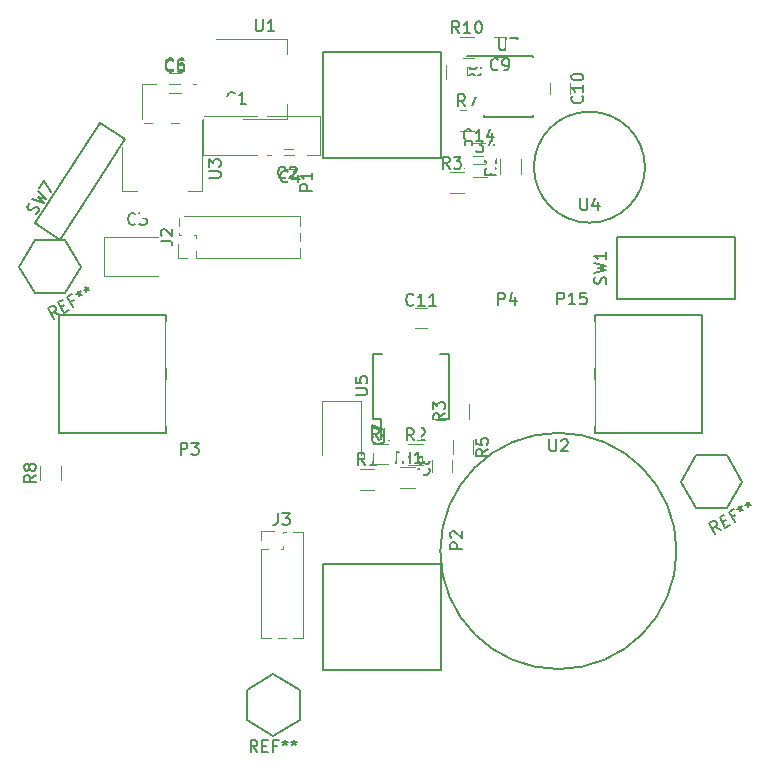
<source format=gto>
G04 #@! TF.FileFunction,Legend,Top*
%FSLAX46Y46*%
G04 Gerber Fmt 4.6, Leading zero omitted, Abs format (unit mm)*
G04 Created by KiCad (PCBNEW 4.0.7) date 06/01/18 20:16:31*
%MOMM*%
%LPD*%
G01*
G04 APERTURE LIST*
%ADD10C,0.100000*%
%ADD11C,0.150000*%
%ADD12C,0.120000*%
%ADD13C,1.524000*%
%ADD14R,4.000000X5.000000*%
%ADD15R,1.000000X1.000000*%
%ADD16O,1.000000X1.000000*%
%ADD17R,5.000000X4.000000*%
%ADD18C,4.000000*%
%ADD19R,1.000000X1.250000*%
%ADD20R,1.950000X2.500000*%
%ADD21R,2.500000X1.950000*%
%ADD22R,1.250000X1.000000*%
%ADD23R,0.700000X1.300000*%
%ADD24R,1.300000X0.700000*%
%ADD25C,2.500000*%
%ADD26R,0.550000X1.750000*%
%ADD27R,1.550000X0.600000*%
%ADD28R,2.000000X3.800000*%
%ADD29R,2.000000X1.500000*%
%ADD30R,3.800000X2.000000*%
%ADD31R,1.500000X2.000000*%
G04 APERTURE END LIST*
D10*
D11*
X45102000Y-66052000D02*
X55102000Y-66052000D01*
X55102000Y-66052000D02*
X55102000Y-75052000D01*
X55102000Y-75052000D02*
X45102000Y-75052000D01*
X45102000Y-75052000D02*
X45102000Y-66052000D01*
D12*
X39870000Y-72315000D02*
X40692470Y-72315000D01*
X42577530Y-72315000D02*
X43400000Y-72315000D01*
X41307530Y-72315000D02*
X41962470Y-72315000D01*
X39870000Y-64760000D02*
X39870000Y-72315000D01*
X43400000Y-63305000D02*
X43400000Y-72315000D01*
X39870000Y-64760000D02*
X40436529Y-64760000D01*
X41563471Y-64760000D02*
X41706529Y-64760000D01*
X41760000Y-64706529D02*
X41760000Y-64563471D01*
X41760000Y-63436529D02*
X41760000Y-63305000D01*
X41760000Y-63305000D02*
X41962470Y-63305000D01*
X42577530Y-63305000D02*
X43400000Y-63305000D01*
X39870000Y-64000000D02*
X39870000Y-63240000D01*
X39870000Y-63240000D02*
X41000000Y-63240000D01*
D11*
X31802000Y-44998000D02*
X31802000Y-54998000D01*
X31802000Y-54998000D02*
X22802000Y-54998000D01*
X22802000Y-54998000D02*
X22802000Y-44998000D01*
X22802000Y-44998000D02*
X31802000Y-44998000D01*
X79299000Y-61349934D02*
X80598057Y-59099967D01*
X76700943Y-61349967D02*
X79299000Y-61349934D01*
X75401943Y-59100033D02*
X76701000Y-56850066D01*
X76701000Y-56850066D02*
X79299057Y-56850033D01*
X75401943Y-59100033D02*
X76700943Y-61349967D01*
X79299057Y-56850033D02*
X80598057Y-59099967D01*
X40900000Y-80598000D02*
X43150000Y-79299000D01*
X38650000Y-79299000D02*
X40900000Y-80598000D01*
X38650000Y-76701000D02*
X40900000Y-75402000D01*
X40900000Y-75402000D02*
X43150000Y-76701000D01*
X38650000Y-76701000D02*
X38650000Y-79299000D01*
X43150000Y-76701000D02*
X43150000Y-79299000D01*
D12*
X59600000Y-23150000D02*
X60600000Y-23150000D01*
X60600000Y-21450000D02*
X59600000Y-21450000D01*
X35000000Y-28150000D02*
X39550000Y-28150000D01*
X35000000Y-31450000D02*
X39550000Y-31450000D01*
X35000000Y-28150000D02*
X35000000Y-31450000D01*
X44900000Y-31450000D02*
X40350000Y-31450000D01*
X44900000Y-28150000D02*
X40350000Y-28150000D01*
X44900000Y-31450000D02*
X44900000Y-28150000D01*
X26610000Y-38400000D02*
X31160000Y-38400000D01*
X26610000Y-41700000D02*
X31160000Y-41700000D01*
X26610000Y-38400000D02*
X26610000Y-41700000D01*
X41800000Y-32650000D02*
X42800000Y-32650000D01*
X42800000Y-30950000D02*
X41800000Y-30950000D01*
X29800000Y-25450000D02*
X34350000Y-25450000D01*
X29800000Y-28750000D02*
X34350000Y-28750000D01*
X29800000Y-25450000D02*
X29800000Y-28750000D01*
X33100000Y-24450000D02*
X32100000Y-24450000D01*
X32100000Y-26150000D02*
X33100000Y-26150000D01*
X48350000Y-52290000D02*
X48350000Y-56840000D01*
X45050000Y-52290000D02*
X45050000Y-56840000D01*
X48350000Y-52290000D02*
X45050000Y-52290000D01*
X54380000Y-57270000D02*
X54380000Y-58270000D01*
X56080000Y-58270000D02*
X56080000Y-57270000D01*
X58800000Y-30450000D02*
X57800000Y-30450000D01*
X57800000Y-32150000D02*
X58800000Y-32150000D01*
X49450000Y-59750000D02*
X48250000Y-59750000D01*
X48250000Y-57990000D02*
X49450000Y-57990000D01*
X53560000Y-57660000D02*
X52360000Y-57660000D01*
X52360000Y-55900000D02*
X53560000Y-55900000D01*
X57510000Y-52540000D02*
X57510000Y-53740000D01*
X55750000Y-53740000D02*
X55750000Y-52540000D01*
X50590000Y-57620000D02*
X49390000Y-57620000D01*
X49390000Y-55860000D02*
X50590000Y-55860000D01*
X56100000Y-56780000D02*
X56100000Y-55580000D01*
X57860000Y-55580000D02*
X57860000Y-56780000D01*
X61880000Y-31800000D02*
X61880000Y-33000000D01*
X60120000Y-33000000D02*
X60120000Y-31800000D01*
X57900000Y-29380000D02*
X56700000Y-29380000D01*
X56700000Y-27620000D02*
X57900000Y-27620000D01*
X22900000Y-57760000D02*
X22900000Y-58960000D01*
X21140000Y-58960000D02*
X21140000Y-57760000D01*
X55520000Y-25000000D02*
X55520000Y-23800000D01*
X57280000Y-23800000D02*
X57280000Y-25000000D01*
X57900000Y-23180000D02*
X56700000Y-23180000D01*
X56700000Y-21420000D02*
X57900000Y-21420000D01*
X57090000Y-34660000D02*
X55890000Y-34660000D01*
X55890000Y-32900000D02*
X57090000Y-32900000D01*
X59000000Y-33280000D02*
X57800000Y-33280000D01*
X57800000Y-31520000D02*
X59000000Y-31520000D01*
D11*
X25615112Y-34341692D02*
X22848345Y-38602138D01*
X22848345Y-38602138D02*
X20718122Y-37218755D01*
X20718122Y-37218755D02*
X26251655Y-28697862D01*
X26251655Y-28697862D02*
X28381878Y-30081245D01*
X28381878Y-30081245D02*
X25615112Y-34341692D01*
D12*
X52880000Y-59610000D02*
X51680000Y-59610000D01*
X51680000Y-57850000D02*
X52880000Y-57850000D01*
D11*
X75050000Y-64950000D02*
G75*
G03X75050000Y-64950000I-10000000J0D01*
G01*
X49355000Y-53740000D02*
X50010000Y-53740000D01*
X49355000Y-48240000D02*
X50105000Y-48240000D01*
X55765000Y-48240000D02*
X55015000Y-48240000D01*
X55765000Y-53740000D02*
X55015000Y-53740000D01*
X49355000Y-53740000D02*
X49355000Y-48240000D01*
X55765000Y-53740000D02*
X55765000Y-48240000D01*
X50010000Y-53740000D02*
X50010000Y-55490000D01*
X58725000Y-23025000D02*
X58725000Y-23075000D01*
X62875000Y-23025000D02*
X62875000Y-23170000D01*
X62875000Y-28175000D02*
X62875000Y-28030000D01*
X58725000Y-28175000D02*
X58725000Y-28030000D01*
X58725000Y-23025000D02*
X62875000Y-23025000D01*
X58725000Y-28175000D02*
X62875000Y-28175000D01*
X58725000Y-23075000D02*
X57325000Y-23075000D01*
X55110000Y-31706000D02*
X45110000Y-31706000D01*
X45110000Y-31706000D02*
X45110000Y-22706000D01*
X45110000Y-22706000D02*
X55110000Y-22706000D01*
X55110000Y-22706000D02*
X55110000Y-31706000D01*
X68180000Y-54978000D02*
X68180000Y-44978000D01*
X68180000Y-44978000D02*
X77180000Y-44978000D01*
X77180000Y-44978000D02*
X77180000Y-54978000D01*
X77180000Y-54978000D02*
X68180000Y-54978000D01*
X72380000Y-32456000D02*
G75*
G03X72380000Y-32456000I-4700000J0D01*
G01*
D12*
X42110000Y-28410000D02*
X42110000Y-27150000D01*
X42110000Y-21590000D02*
X42110000Y-22850000D01*
X38350000Y-28410000D02*
X42110000Y-28410000D01*
X36100000Y-21590000D02*
X42110000Y-21590000D01*
X28090000Y-34510000D02*
X29350000Y-34510000D01*
X34910000Y-34510000D02*
X33650000Y-34510000D01*
X28090000Y-30750000D02*
X28090000Y-34510000D01*
X34910000Y-28500000D02*
X34910000Y-34510000D01*
X43205000Y-40130000D02*
X43205000Y-39307530D01*
X43205000Y-37422470D02*
X43205000Y-36600000D01*
X43205000Y-38692470D02*
X43205000Y-38037530D01*
X34380000Y-40130000D02*
X43205000Y-40130000D01*
X32925000Y-36600000D02*
X43205000Y-36600000D01*
X34380000Y-40130000D02*
X34380000Y-39563471D01*
X34380000Y-38436529D02*
X34380000Y-38293471D01*
X34326529Y-38240000D02*
X34183471Y-38240000D01*
X33056529Y-38240000D02*
X32925000Y-38240000D01*
X32925000Y-38240000D02*
X32925000Y-38037530D01*
X32925000Y-37422470D02*
X32925000Y-36600000D01*
X33620000Y-40130000D02*
X32860000Y-40130000D01*
X32860000Y-40130000D02*
X32860000Y-39000000D01*
D11*
X23299000Y-43149934D02*
X24598057Y-40899967D01*
X20700943Y-43149967D02*
X23299000Y-43149934D01*
X19401943Y-40900033D02*
X20701000Y-38650066D01*
X20701000Y-38650066D02*
X23299057Y-38650033D01*
X19401943Y-40900033D02*
X20700943Y-43149967D01*
X23299057Y-38650033D02*
X24598057Y-40899967D01*
X70000000Y-41000000D02*
X70000000Y-38400000D01*
X70000000Y-38400000D02*
X75000000Y-38400000D01*
X74900000Y-43600000D02*
X70000000Y-43600000D01*
X70000000Y-43600000D02*
X70000000Y-41100000D01*
X80000000Y-41100000D02*
X80000000Y-43600000D01*
X80000000Y-43600000D02*
X77400000Y-43600000D01*
X77900000Y-38400000D02*
X80000000Y-38400000D01*
X80000000Y-38400000D02*
X80000000Y-41000000D01*
X74900000Y-43600000D02*
X77400000Y-43600000D01*
X75000000Y-38400000D02*
X77900000Y-38400000D01*
X70000000Y-41000000D02*
X70000000Y-41100000D01*
X80000000Y-41000000D02*
X80000000Y-41100000D01*
D12*
X66040000Y-26290000D02*
X66040000Y-25290000D01*
X64340000Y-25290000D02*
X64340000Y-26290000D01*
X53920000Y-44370000D02*
X52920000Y-44370000D01*
X52920000Y-46070000D02*
X53920000Y-46070000D01*
D11*
X56904381Y-64790095D02*
X55904381Y-64790095D01*
X55904381Y-64409142D01*
X55952000Y-64313904D01*
X55999619Y-64266285D01*
X56094857Y-64218666D01*
X56237714Y-64218666D01*
X56332952Y-64266285D01*
X56380571Y-64313904D01*
X56428190Y-64409142D01*
X56428190Y-64790095D01*
X55999619Y-63837714D02*
X55952000Y-63790095D01*
X55904381Y-63694857D01*
X55904381Y-63456761D01*
X55952000Y-63361523D01*
X55999619Y-63313904D01*
X56094857Y-63266285D01*
X56190095Y-63266285D01*
X56332952Y-63313904D01*
X56904381Y-63885333D01*
X56904381Y-63266285D01*
X41301667Y-61757381D02*
X41301667Y-62471667D01*
X41254047Y-62614524D01*
X41158809Y-62709762D01*
X41015952Y-62757381D01*
X40920714Y-62757381D01*
X41682619Y-61757381D02*
X42301667Y-61757381D01*
X41968333Y-62138333D01*
X42111191Y-62138333D01*
X42206429Y-62185952D01*
X42254048Y-62233571D01*
X42301667Y-62328810D01*
X42301667Y-62566905D01*
X42254048Y-62662143D01*
X42206429Y-62709762D01*
X42111191Y-62757381D01*
X41825476Y-62757381D01*
X41730238Y-62709762D01*
X41682619Y-62662143D01*
X33063905Y-56800381D02*
X33063905Y-55800381D01*
X33444858Y-55800381D01*
X33540096Y-55848000D01*
X33587715Y-55895619D01*
X33635334Y-55990857D01*
X33635334Y-56133714D01*
X33587715Y-56228952D01*
X33540096Y-56276571D01*
X33444858Y-56324190D01*
X33063905Y-56324190D01*
X33968667Y-55800381D02*
X34587715Y-55800381D01*
X34254381Y-56181333D01*
X34397239Y-56181333D01*
X34492477Y-56228952D01*
X34540096Y-56276571D01*
X34587715Y-56371810D01*
X34587715Y-56609905D01*
X34540096Y-56705143D01*
X34492477Y-56752762D01*
X34397239Y-56800381D01*
X34111524Y-56800381D01*
X34016286Y-56752762D01*
X33968667Y-56705143D01*
X78821490Y-63189529D02*
X78294719Y-62943802D01*
X78326618Y-63475243D02*
X77826618Y-62609218D01*
X78156533Y-62418742D01*
X78262821Y-62412362D01*
X78327870Y-62429792D01*
X78416728Y-62488461D01*
X78488157Y-62612178D01*
X78494536Y-62718466D01*
X78477107Y-62783515D01*
X78418438Y-62872373D01*
X78088523Y-63062850D01*
X78930739Y-62521611D02*
X79219414Y-62354944D01*
X79605037Y-62737148D02*
X79192644Y-62975243D01*
X78692644Y-62109218D01*
X79105037Y-61871123D01*
X80002961Y-61902563D02*
X79714286Y-62069230D01*
X79976190Y-62522862D02*
X79476191Y-61656837D01*
X79888584Y-61418742D01*
X80342216Y-61156837D02*
X80461263Y-61363033D01*
X80207448Y-61399602D02*
X80461263Y-61363033D01*
X80619842Y-61161507D01*
X80432784Y-61599419D02*
X80461263Y-61363033D01*
X80680220Y-61456561D01*
X81002045Y-60775885D02*
X81121092Y-60982081D01*
X80867277Y-61018650D02*
X81121092Y-60982081D01*
X81279671Y-60780554D01*
X81092613Y-61218466D02*
X81121092Y-60982081D01*
X81340049Y-61075609D01*
X39566667Y-81952381D02*
X39233333Y-81476190D01*
X38995238Y-81952381D02*
X38995238Y-80952381D01*
X39376191Y-80952381D01*
X39471429Y-81000000D01*
X39519048Y-81047619D01*
X39566667Y-81142857D01*
X39566667Y-81285714D01*
X39519048Y-81380952D01*
X39471429Y-81428571D01*
X39376191Y-81476190D01*
X38995238Y-81476190D01*
X39995238Y-81428571D02*
X40328572Y-81428571D01*
X40471429Y-81952381D02*
X39995238Y-81952381D01*
X39995238Y-80952381D01*
X40471429Y-80952381D01*
X41233334Y-81428571D02*
X40900000Y-81428571D01*
X40900000Y-81952381D02*
X40900000Y-80952381D01*
X41376191Y-80952381D01*
X41900000Y-80952381D02*
X41900000Y-81190476D01*
X41661905Y-81095238D02*
X41900000Y-81190476D01*
X42138096Y-81095238D01*
X41757143Y-81380952D02*
X41900000Y-81190476D01*
X42042858Y-81380952D01*
X42661905Y-80952381D02*
X42661905Y-81190476D01*
X42423810Y-81095238D02*
X42661905Y-81190476D01*
X42900001Y-81095238D01*
X42519048Y-81380952D02*
X42661905Y-81190476D01*
X42804763Y-81380952D01*
X59933334Y-24157143D02*
X59885715Y-24204762D01*
X59742858Y-24252381D01*
X59647620Y-24252381D01*
X59504762Y-24204762D01*
X59409524Y-24109524D01*
X59361905Y-24014286D01*
X59314286Y-23823810D01*
X59314286Y-23680952D01*
X59361905Y-23490476D01*
X59409524Y-23395238D01*
X59504762Y-23300000D01*
X59647620Y-23252381D01*
X59742858Y-23252381D01*
X59885715Y-23300000D01*
X59933334Y-23347619D01*
X60409524Y-24252381D02*
X60600000Y-24252381D01*
X60695239Y-24204762D01*
X60742858Y-24157143D01*
X60838096Y-24014286D01*
X60885715Y-23823810D01*
X60885715Y-23442857D01*
X60838096Y-23347619D01*
X60790477Y-23300000D01*
X60695239Y-23252381D01*
X60504762Y-23252381D01*
X60409524Y-23300000D01*
X60361905Y-23347619D01*
X60314286Y-23442857D01*
X60314286Y-23680952D01*
X60361905Y-23776190D01*
X60409524Y-23823810D01*
X60504762Y-23871429D01*
X60695239Y-23871429D01*
X60790477Y-23823810D01*
X60838096Y-23776190D01*
X60885715Y-23680952D01*
X37633334Y-27007143D02*
X37585715Y-27054762D01*
X37442858Y-27102381D01*
X37347620Y-27102381D01*
X37204762Y-27054762D01*
X37109524Y-26959524D01*
X37061905Y-26864286D01*
X37014286Y-26673810D01*
X37014286Y-26530952D01*
X37061905Y-26340476D01*
X37109524Y-26245238D01*
X37204762Y-26150000D01*
X37347620Y-26102381D01*
X37442858Y-26102381D01*
X37585715Y-26150000D01*
X37633334Y-26197619D01*
X38585715Y-27102381D02*
X38014286Y-27102381D01*
X38300000Y-27102381D02*
X38300000Y-26102381D01*
X38204762Y-26245238D01*
X38109524Y-26340476D01*
X38014286Y-26388095D01*
X41933334Y-33307143D02*
X41885715Y-33354762D01*
X41742858Y-33402381D01*
X41647620Y-33402381D01*
X41504762Y-33354762D01*
X41409524Y-33259524D01*
X41361905Y-33164286D01*
X41314286Y-32973810D01*
X41314286Y-32830952D01*
X41361905Y-32640476D01*
X41409524Y-32545238D01*
X41504762Y-32450000D01*
X41647620Y-32402381D01*
X41742858Y-32402381D01*
X41885715Y-32450000D01*
X41933334Y-32497619D01*
X42314286Y-32497619D02*
X42361905Y-32450000D01*
X42457143Y-32402381D01*
X42695239Y-32402381D01*
X42790477Y-32450000D01*
X42838096Y-32497619D01*
X42885715Y-32592857D01*
X42885715Y-32688095D01*
X42838096Y-32830952D01*
X42266667Y-33402381D01*
X42885715Y-33402381D01*
X29243334Y-37257143D02*
X29195715Y-37304762D01*
X29052858Y-37352381D01*
X28957620Y-37352381D01*
X28814762Y-37304762D01*
X28719524Y-37209524D01*
X28671905Y-37114286D01*
X28624286Y-36923810D01*
X28624286Y-36780952D01*
X28671905Y-36590476D01*
X28719524Y-36495238D01*
X28814762Y-36400000D01*
X28957620Y-36352381D01*
X29052858Y-36352381D01*
X29195715Y-36400000D01*
X29243334Y-36447619D01*
X29576667Y-36352381D02*
X30195715Y-36352381D01*
X29862381Y-36733333D01*
X30005239Y-36733333D01*
X30100477Y-36780952D01*
X30148096Y-36828571D01*
X30195715Y-36923810D01*
X30195715Y-37161905D01*
X30148096Y-37257143D01*
X30100477Y-37304762D01*
X30005239Y-37352381D01*
X29719524Y-37352381D01*
X29624286Y-37304762D01*
X29576667Y-37257143D01*
X42133334Y-33657143D02*
X42085715Y-33704762D01*
X41942858Y-33752381D01*
X41847620Y-33752381D01*
X41704762Y-33704762D01*
X41609524Y-33609524D01*
X41561905Y-33514286D01*
X41514286Y-33323810D01*
X41514286Y-33180952D01*
X41561905Y-32990476D01*
X41609524Y-32895238D01*
X41704762Y-32800000D01*
X41847620Y-32752381D01*
X41942858Y-32752381D01*
X42085715Y-32800000D01*
X42133334Y-32847619D01*
X42990477Y-33085714D02*
X42990477Y-33752381D01*
X42752381Y-32704762D02*
X42514286Y-33419048D01*
X43133334Y-33419048D01*
X32433334Y-24307143D02*
X32385715Y-24354762D01*
X32242858Y-24402381D01*
X32147620Y-24402381D01*
X32004762Y-24354762D01*
X31909524Y-24259524D01*
X31861905Y-24164286D01*
X31814286Y-23973810D01*
X31814286Y-23830952D01*
X31861905Y-23640476D01*
X31909524Y-23545238D01*
X32004762Y-23450000D01*
X32147620Y-23402381D01*
X32242858Y-23402381D01*
X32385715Y-23450000D01*
X32433334Y-23497619D01*
X33338096Y-23402381D02*
X32861905Y-23402381D01*
X32814286Y-23878571D01*
X32861905Y-23830952D01*
X32957143Y-23783333D01*
X33195239Y-23783333D01*
X33290477Y-23830952D01*
X33338096Y-23878571D01*
X33385715Y-23973810D01*
X33385715Y-24211905D01*
X33338096Y-24307143D01*
X33290477Y-24354762D01*
X33195239Y-24402381D01*
X32957143Y-24402381D01*
X32861905Y-24354762D01*
X32814286Y-24307143D01*
X32433334Y-24157143D02*
X32385715Y-24204762D01*
X32242858Y-24252381D01*
X32147620Y-24252381D01*
X32004762Y-24204762D01*
X31909524Y-24109524D01*
X31861905Y-24014286D01*
X31814286Y-23823810D01*
X31814286Y-23680952D01*
X31861905Y-23490476D01*
X31909524Y-23395238D01*
X32004762Y-23300000D01*
X32147620Y-23252381D01*
X32242858Y-23252381D01*
X32385715Y-23300000D01*
X32433334Y-23347619D01*
X33290477Y-23252381D02*
X33100000Y-23252381D01*
X33004762Y-23300000D01*
X32957143Y-23347619D01*
X32861905Y-23490476D01*
X32814286Y-23680952D01*
X32814286Y-24061905D01*
X32861905Y-24157143D01*
X32909524Y-24204762D01*
X33004762Y-24252381D01*
X33195239Y-24252381D01*
X33290477Y-24204762D01*
X33338096Y-24157143D01*
X33385715Y-24061905D01*
X33385715Y-23823810D01*
X33338096Y-23728571D01*
X33290477Y-23680952D01*
X33195239Y-23633333D01*
X33004762Y-23633333D01*
X32909524Y-23680952D01*
X32861905Y-23728571D01*
X32814286Y-23823810D01*
X50207143Y-55256666D02*
X50254762Y-55304285D01*
X50302381Y-55447142D01*
X50302381Y-55542380D01*
X50254762Y-55685238D01*
X50159524Y-55780476D01*
X50064286Y-55828095D01*
X49873810Y-55875714D01*
X49730952Y-55875714D01*
X49540476Y-55828095D01*
X49445238Y-55780476D01*
X49350000Y-55685238D01*
X49302381Y-55542380D01*
X49302381Y-55447142D01*
X49350000Y-55304285D01*
X49397619Y-55256666D01*
X49302381Y-54923333D02*
X49302381Y-54256666D01*
X50302381Y-54685238D01*
X54087143Y-57936666D02*
X54134762Y-57984285D01*
X54182381Y-58127142D01*
X54182381Y-58222380D01*
X54134762Y-58365238D01*
X54039524Y-58460476D01*
X53944286Y-58508095D01*
X53753810Y-58555714D01*
X53610952Y-58555714D01*
X53420476Y-58508095D01*
X53325238Y-58460476D01*
X53230000Y-58365238D01*
X53182381Y-58222380D01*
X53182381Y-58127142D01*
X53230000Y-57984285D01*
X53277619Y-57936666D01*
X53610952Y-57365238D02*
X53563333Y-57460476D01*
X53515714Y-57508095D01*
X53420476Y-57555714D01*
X53372857Y-57555714D01*
X53277619Y-57508095D01*
X53230000Y-57460476D01*
X53182381Y-57365238D01*
X53182381Y-57174761D01*
X53230000Y-57079523D01*
X53277619Y-57031904D01*
X53372857Y-56984285D01*
X53420476Y-56984285D01*
X53515714Y-57031904D01*
X53563333Y-57079523D01*
X53610952Y-57174761D01*
X53610952Y-57365238D01*
X53658571Y-57460476D01*
X53706190Y-57508095D01*
X53801429Y-57555714D01*
X53991905Y-57555714D01*
X54087143Y-57508095D01*
X54134762Y-57460476D01*
X54182381Y-57365238D01*
X54182381Y-57174761D01*
X54134762Y-57079523D01*
X54087143Y-57031904D01*
X53991905Y-56984285D01*
X53801429Y-56984285D01*
X53706190Y-57031904D01*
X53658571Y-57079523D01*
X53610952Y-57174761D01*
X57657143Y-30157143D02*
X57609524Y-30204762D01*
X57466667Y-30252381D01*
X57371429Y-30252381D01*
X57228571Y-30204762D01*
X57133333Y-30109524D01*
X57085714Y-30014286D01*
X57038095Y-29823810D01*
X57038095Y-29680952D01*
X57085714Y-29490476D01*
X57133333Y-29395238D01*
X57228571Y-29300000D01*
X57371429Y-29252381D01*
X57466667Y-29252381D01*
X57609524Y-29300000D01*
X57657143Y-29347619D01*
X58609524Y-30252381D02*
X58038095Y-30252381D01*
X58323809Y-30252381D02*
X58323809Y-29252381D01*
X58228571Y-29395238D01*
X58133333Y-29490476D01*
X58038095Y-29538095D01*
X59466667Y-29585714D02*
X59466667Y-30252381D01*
X59228571Y-29204762D02*
X58990476Y-29919048D01*
X59609524Y-29919048D01*
X48683334Y-57672381D02*
X48350000Y-57196190D01*
X48111905Y-57672381D02*
X48111905Y-56672381D01*
X48492858Y-56672381D01*
X48588096Y-56720000D01*
X48635715Y-56767619D01*
X48683334Y-56862857D01*
X48683334Y-57005714D01*
X48635715Y-57100952D01*
X48588096Y-57148571D01*
X48492858Y-57196190D01*
X48111905Y-57196190D01*
X49635715Y-57672381D02*
X49064286Y-57672381D01*
X49350000Y-57672381D02*
X49350000Y-56672381D01*
X49254762Y-56815238D01*
X49159524Y-56910476D01*
X49064286Y-56958095D01*
X52793334Y-55582381D02*
X52460000Y-55106190D01*
X52221905Y-55582381D02*
X52221905Y-54582381D01*
X52602858Y-54582381D01*
X52698096Y-54630000D01*
X52745715Y-54677619D01*
X52793334Y-54772857D01*
X52793334Y-54915714D01*
X52745715Y-55010952D01*
X52698096Y-55058571D01*
X52602858Y-55106190D01*
X52221905Y-55106190D01*
X53174286Y-54677619D02*
X53221905Y-54630000D01*
X53317143Y-54582381D01*
X53555239Y-54582381D01*
X53650477Y-54630000D01*
X53698096Y-54677619D01*
X53745715Y-54772857D01*
X53745715Y-54868095D01*
X53698096Y-55010952D01*
X53126667Y-55582381D01*
X53745715Y-55582381D01*
X55432381Y-53306666D02*
X54956190Y-53640000D01*
X55432381Y-53878095D02*
X54432381Y-53878095D01*
X54432381Y-53497142D01*
X54480000Y-53401904D01*
X54527619Y-53354285D01*
X54622857Y-53306666D01*
X54765714Y-53306666D01*
X54860952Y-53354285D01*
X54908571Y-53401904D01*
X54956190Y-53497142D01*
X54956190Y-53878095D01*
X54432381Y-52973333D02*
X54432381Y-52354285D01*
X54813333Y-52687619D01*
X54813333Y-52544761D01*
X54860952Y-52449523D01*
X54908571Y-52401904D01*
X55003810Y-52354285D01*
X55241905Y-52354285D01*
X55337143Y-52401904D01*
X55384762Y-52449523D01*
X55432381Y-52544761D01*
X55432381Y-52830476D01*
X55384762Y-52925714D01*
X55337143Y-52973333D01*
X49823334Y-55542381D02*
X49490000Y-55066190D01*
X49251905Y-55542381D02*
X49251905Y-54542381D01*
X49632858Y-54542381D01*
X49728096Y-54590000D01*
X49775715Y-54637619D01*
X49823334Y-54732857D01*
X49823334Y-54875714D01*
X49775715Y-54970952D01*
X49728096Y-55018571D01*
X49632858Y-55066190D01*
X49251905Y-55066190D01*
X50680477Y-54875714D02*
X50680477Y-55542381D01*
X50442381Y-54494762D02*
X50204286Y-55209048D01*
X50823334Y-55209048D01*
X59082381Y-56346666D02*
X58606190Y-56680000D01*
X59082381Y-56918095D02*
X58082381Y-56918095D01*
X58082381Y-56537142D01*
X58130000Y-56441904D01*
X58177619Y-56394285D01*
X58272857Y-56346666D01*
X58415714Y-56346666D01*
X58510952Y-56394285D01*
X58558571Y-56441904D01*
X58606190Y-56537142D01*
X58606190Y-56918095D01*
X58082381Y-55441904D02*
X58082381Y-55918095D01*
X58558571Y-55965714D01*
X58510952Y-55918095D01*
X58463333Y-55822857D01*
X58463333Y-55584761D01*
X58510952Y-55489523D01*
X58558571Y-55441904D01*
X58653810Y-55394285D01*
X58891905Y-55394285D01*
X58987143Y-55441904D01*
X59034762Y-55489523D01*
X59082381Y-55584761D01*
X59082381Y-55822857D01*
X59034762Y-55918095D01*
X58987143Y-55965714D01*
X59802381Y-32566666D02*
X59326190Y-32900000D01*
X59802381Y-33138095D02*
X58802381Y-33138095D01*
X58802381Y-32757142D01*
X58850000Y-32661904D01*
X58897619Y-32614285D01*
X58992857Y-32566666D01*
X59135714Y-32566666D01*
X59230952Y-32614285D01*
X59278571Y-32661904D01*
X59326190Y-32757142D01*
X59326190Y-33138095D01*
X58802381Y-31709523D02*
X58802381Y-31900000D01*
X58850000Y-31995238D01*
X58897619Y-32042857D01*
X59040476Y-32138095D01*
X59230952Y-32185714D01*
X59611905Y-32185714D01*
X59707143Y-32138095D01*
X59754762Y-32090476D01*
X59802381Y-31995238D01*
X59802381Y-31804761D01*
X59754762Y-31709523D01*
X59707143Y-31661904D01*
X59611905Y-31614285D01*
X59373810Y-31614285D01*
X59278571Y-31661904D01*
X59230952Y-31709523D01*
X59183333Y-31804761D01*
X59183333Y-31995238D01*
X59230952Y-32090476D01*
X59278571Y-32138095D01*
X59373810Y-32185714D01*
X57133334Y-27302381D02*
X56800000Y-26826190D01*
X56561905Y-27302381D02*
X56561905Y-26302381D01*
X56942858Y-26302381D01*
X57038096Y-26350000D01*
X57085715Y-26397619D01*
X57133334Y-26492857D01*
X57133334Y-26635714D01*
X57085715Y-26730952D01*
X57038096Y-26778571D01*
X56942858Y-26826190D01*
X56561905Y-26826190D01*
X57466667Y-26302381D02*
X58133334Y-26302381D01*
X57704762Y-27302381D01*
X20822381Y-58526666D02*
X20346190Y-58860000D01*
X20822381Y-59098095D02*
X19822381Y-59098095D01*
X19822381Y-58717142D01*
X19870000Y-58621904D01*
X19917619Y-58574285D01*
X20012857Y-58526666D01*
X20155714Y-58526666D01*
X20250952Y-58574285D01*
X20298571Y-58621904D01*
X20346190Y-58717142D01*
X20346190Y-59098095D01*
X20250952Y-57955238D02*
X20203333Y-58050476D01*
X20155714Y-58098095D01*
X20060476Y-58145714D01*
X20012857Y-58145714D01*
X19917619Y-58098095D01*
X19870000Y-58050476D01*
X19822381Y-57955238D01*
X19822381Y-57764761D01*
X19870000Y-57669523D01*
X19917619Y-57621904D01*
X20012857Y-57574285D01*
X20060476Y-57574285D01*
X20155714Y-57621904D01*
X20203333Y-57669523D01*
X20250952Y-57764761D01*
X20250952Y-57955238D01*
X20298571Y-58050476D01*
X20346190Y-58098095D01*
X20441429Y-58145714D01*
X20631905Y-58145714D01*
X20727143Y-58098095D01*
X20774762Y-58050476D01*
X20822381Y-57955238D01*
X20822381Y-57764761D01*
X20774762Y-57669523D01*
X20727143Y-57621904D01*
X20631905Y-57574285D01*
X20441429Y-57574285D01*
X20346190Y-57621904D01*
X20298571Y-57669523D01*
X20250952Y-57764761D01*
X58502381Y-24566666D02*
X58026190Y-24900000D01*
X58502381Y-25138095D02*
X57502381Y-25138095D01*
X57502381Y-24757142D01*
X57550000Y-24661904D01*
X57597619Y-24614285D01*
X57692857Y-24566666D01*
X57835714Y-24566666D01*
X57930952Y-24614285D01*
X57978571Y-24661904D01*
X58026190Y-24757142D01*
X58026190Y-25138095D01*
X58502381Y-24090476D02*
X58502381Y-23900000D01*
X58454762Y-23804761D01*
X58407143Y-23757142D01*
X58264286Y-23661904D01*
X58073810Y-23614285D01*
X57692857Y-23614285D01*
X57597619Y-23661904D01*
X57550000Y-23709523D01*
X57502381Y-23804761D01*
X57502381Y-23995238D01*
X57550000Y-24090476D01*
X57597619Y-24138095D01*
X57692857Y-24185714D01*
X57930952Y-24185714D01*
X58026190Y-24138095D01*
X58073810Y-24090476D01*
X58121429Y-23995238D01*
X58121429Y-23804761D01*
X58073810Y-23709523D01*
X58026190Y-23661904D01*
X57930952Y-23614285D01*
X56657143Y-21102381D02*
X56323809Y-20626190D01*
X56085714Y-21102381D02*
X56085714Y-20102381D01*
X56466667Y-20102381D01*
X56561905Y-20150000D01*
X56609524Y-20197619D01*
X56657143Y-20292857D01*
X56657143Y-20435714D01*
X56609524Y-20530952D01*
X56561905Y-20578571D01*
X56466667Y-20626190D01*
X56085714Y-20626190D01*
X57609524Y-21102381D02*
X57038095Y-21102381D01*
X57323809Y-21102381D02*
X57323809Y-20102381D01*
X57228571Y-20245238D01*
X57133333Y-20340476D01*
X57038095Y-20388095D01*
X58228571Y-20102381D02*
X58323810Y-20102381D01*
X58419048Y-20150000D01*
X58466667Y-20197619D01*
X58514286Y-20292857D01*
X58561905Y-20483333D01*
X58561905Y-20721429D01*
X58514286Y-20911905D01*
X58466667Y-21007143D01*
X58419048Y-21054762D01*
X58323810Y-21102381D01*
X58228571Y-21102381D01*
X58133333Y-21054762D01*
X58085714Y-21007143D01*
X58038095Y-20911905D01*
X57990476Y-20721429D01*
X57990476Y-20483333D01*
X58038095Y-20292857D01*
X58085714Y-20197619D01*
X58133333Y-20150000D01*
X58228571Y-20102381D01*
X55847143Y-32582381D02*
X55513809Y-32106190D01*
X55275714Y-32582381D02*
X55275714Y-31582381D01*
X55656667Y-31582381D01*
X55751905Y-31630000D01*
X55799524Y-31677619D01*
X55847143Y-31772857D01*
X55847143Y-31915714D01*
X55799524Y-32010952D01*
X55751905Y-32058571D01*
X55656667Y-32106190D01*
X55275714Y-32106190D01*
X56180476Y-31582381D02*
X56799524Y-31582381D01*
X56466190Y-31963333D01*
X56609048Y-31963333D01*
X56704286Y-32010952D01*
X56751905Y-32058571D01*
X56799524Y-32153810D01*
X56799524Y-32391905D01*
X56751905Y-32487143D01*
X56704286Y-32534762D01*
X56609048Y-32582381D01*
X56323333Y-32582381D01*
X56228095Y-32534762D01*
X56180476Y-32487143D01*
X57132857Y-31582381D02*
X57751905Y-31582381D01*
X57418571Y-31963333D01*
X57561429Y-31963333D01*
X57656667Y-32010952D01*
X57704286Y-32058571D01*
X57751905Y-32153810D01*
X57751905Y-32391905D01*
X57704286Y-32487143D01*
X57656667Y-32534762D01*
X57561429Y-32582381D01*
X57275714Y-32582381D01*
X57180476Y-32534762D01*
X57132857Y-32487143D01*
X57757143Y-31202381D02*
X57423809Y-30726190D01*
X57185714Y-31202381D02*
X57185714Y-30202381D01*
X57566667Y-30202381D01*
X57661905Y-30250000D01*
X57709524Y-30297619D01*
X57757143Y-30392857D01*
X57757143Y-30535714D01*
X57709524Y-30630952D01*
X57661905Y-30678571D01*
X57566667Y-30726190D01*
X57185714Y-30726190D01*
X58090476Y-30202381D02*
X58709524Y-30202381D01*
X58376190Y-30583333D01*
X58519048Y-30583333D01*
X58614286Y-30630952D01*
X58661905Y-30678571D01*
X58709524Y-30773810D01*
X58709524Y-31011905D01*
X58661905Y-31107143D01*
X58614286Y-31154762D01*
X58519048Y-31202381D01*
X58233333Y-31202381D01*
X58138095Y-31154762D01*
X58090476Y-31107143D01*
X59566667Y-30535714D02*
X59566667Y-31202381D01*
X59328571Y-30154762D02*
X59090476Y-30869048D01*
X59709524Y-30869048D01*
X20799039Y-36438237D02*
X20916781Y-36344363D01*
X21046457Y-36144678D01*
X21058391Y-36038870D01*
X21044389Y-35972998D01*
X20990451Y-35881191D01*
X20910578Y-35829321D01*
X20804770Y-35817387D01*
X20738898Y-35831389D01*
X20647090Y-35885326D01*
X20503412Y-36019139D01*
X20411605Y-36073077D01*
X20345733Y-36087078D01*
X20239925Y-36075144D01*
X20160051Y-36023274D01*
X20106113Y-35931467D01*
X20092112Y-35865595D01*
X20104046Y-35759787D01*
X20233722Y-35560103D01*
X20351464Y-35466228D01*
X20493074Y-35160736D02*
X21461420Y-35505692D01*
X20966111Y-34956916D01*
X21668902Y-35186198D01*
X20959907Y-34441876D01*
X21115518Y-34202256D02*
X21478611Y-33643142D01*
X22083864Y-34547211D01*
X50994286Y-56532381D02*
X51565715Y-56532381D01*
X51280000Y-57532381D02*
X51280000Y-56532381D01*
X51899048Y-57532381D02*
X51899048Y-56532381D01*
X51899048Y-57008571D02*
X52470477Y-57008571D01*
X52470477Y-57532381D02*
X52470477Y-56532381D01*
X53470477Y-57532381D02*
X52899048Y-57532381D01*
X53184762Y-57532381D02*
X53184762Y-56532381D01*
X53089524Y-56675238D01*
X52994286Y-56770476D01*
X52899048Y-56818095D01*
X64288095Y-55512381D02*
X64288095Y-56321905D01*
X64335714Y-56417143D01*
X64383333Y-56464762D01*
X64478571Y-56512381D01*
X64669048Y-56512381D01*
X64764286Y-56464762D01*
X64811905Y-56417143D01*
X64859524Y-56321905D01*
X64859524Y-55512381D01*
X65288095Y-55607619D02*
X65335714Y-55560000D01*
X65430952Y-55512381D01*
X65669048Y-55512381D01*
X65764286Y-55560000D01*
X65811905Y-55607619D01*
X65859524Y-55702857D01*
X65859524Y-55798095D01*
X65811905Y-55940952D01*
X65240476Y-56512381D01*
X65859524Y-56512381D01*
X47882381Y-51751905D02*
X48691905Y-51751905D01*
X48787143Y-51704286D01*
X48834762Y-51656667D01*
X48882381Y-51561429D01*
X48882381Y-51370952D01*
X48834762Y-51275714D01*
X48787143Y-51228095D01*
X48691905Y-51180476D01*
X47882381Y-51180476D01*
X47882381Y-50228095D02*
X47882381Y-50704286D01*
X48358571Y-50751905D01*
X48310952Y-50704286D01*
X48263333Y-50609048D01*
X48263333Y-50370952D01*
X48310952Y-50275714D01*
X48358571Y-50228095D01*
X48453810Y-50180476D01*
X48691905Y-50180476D01*
X48787143Y-50228095D01*
X48834762Y-50275714D01*
X48882381Y-50370952D01*
X48882381Y-50609048D01*
X48834762Y-50704286D01*
X48787143Y-50751905D01*
X60038095Y-21552381D02*
X60038095Y-22361905D01*
X60085714Y-22457143D01*
X60133333Y-22504762D01*
X60228571Y-22552381D01*
X60419048Y-22552381D01*
X60514286Y-22504762D01*
X60561905Y-22457143D01*
X60609524Y-22361905D01*
X60609524Y-21552381D01*
X60990476Y-21552381D02*
X61657143Y-21552381D01*
X61228571Y-22552381D01*
X44212381Y-34444095D02*
X43212381Y-34444095D01*
X43212381Y-34063142D01*
X43260000Y-33967904D01*
X43307619Y-33920285D01*
X43402857Y-33872666D01*
X43545714Y-33872666D01*
X43640952Y-33920285D01*
X43688571Y-33967904D01*
X43736190Y-34063142D01*
X43736190Y-34444095D01*
X44212381Y-32920285D02*
X44212381Y-33491714D01*
X44212381Y-33206000D02*
X43212381Y-33206000D01*
X43355238Y-33301238D01*
X43450476Y-33396476D01*
X43498095Y-33491714D01*
X59961905Y-44102381D02*
X59961905Y-43102381D01*
X60342858Y-43102381D01*
X60438096Y-43150000D01*
X60485715Y-43197619D01*
X60533334Y-43292857D01*
X60533334Y-43435714D01*
X60485715Y-43530952D01*
X60438096Y-43578571D01*
X60342858Y-43626190D01*
X59961905Y-43626190D01*
X61390477Y-43435714D02*
X61390477Y-44102381D01*
X61152381Y-43054762D02*
X60914286Y-43769048D01*
X61533334Y-43769048D01*
X64965714Y-44080381D02*
X64965714Y-43080381D01*
X65346667Y-43080381D01*
X65441905Y-43128000D01*
X65489524Y-43175619D01*
X65537143Y-43270857D01*
X65537143Y-43413714D01*
X65489524Y-43508952D01*
X65441905Y-43556571D01*
X65346667Y-43604190D01*
X64965714Y-43604190D01*
X66489524Y-44080381D02*
X65918095Y-44080381D01*
X66203809Y-44080381D02*
X66203809Y-43080381D01*
X66108571Y-43223238D01*
X66013333Y-43318476D01*
X65918095Y-43366095D01*
X67394286Y-43080381D02*
X66918095Y-43080381D01*
X66870476Y-43556571D01*
X66918095Y-43508952D01*
X67013333Y-43461333D01*
X67251429Y-43461333D01*
X67346667Y-43508952D01*
X67394286Y-43556571D01*
X67441905Y-43651810D01*
X67441905Y-43889905D01*
X67394286Y-43985143D01*
X67346667Y-44032762D01*
X67251429Y-44080381D01*
X67013333Y-44080381D01*
X66918095Y-44032762D01*
X66870476Y-43985143D01*
X66918095Y-35108381D02*
X66918095Y-35917905D01*
X66965714Y-36013143D01*
X67013333Y-36060762D01*
X67108571Y-36108381D01*
X67299048Y-36108381D01*
X67394286Y-36060762D01*
X67441905Y-36013143D01*
X67489524Y-35917905D01*
X67489524Y-35108381D01*
X68394286Y-35441714D02*
X68394286Y-36108381D01*
X68156190Y-35060762D02*
X67918095Y-35775048D01*
X68537143Y-35775048D01*
X39438095Y-19952381D02*
X39438095Y-20761905D01*
X39485714Y-20857143D01*
X39533333Y-20904762D01*
X39628571Y-20952381D01*
X39819048Y-20952381D01*
X39914286Y-20904762D01*
X39961905Y-20857143D01*
X40009524Y-20761905D01*
X40009524Y-19952381D01*
X41009524Y-20952381D02*
X40438095Y-20952381D01*
X40723809Y-20952381D02*
X40723809Y-19952381D01*
X40628571Y-20095238D01*
X40533333Y-20190476D01*
X40438095Y-20238095D01*
X35452381Y-33361905D02*
X36261905Y-33361905D01*
X36357143Y-33314286D01*
X36404762Y-33266667D01*
X36452381Y-33171429D01*
X36452381Y-32980952D01*
X36404762Y-32885714D01*
X36357143Y-32838095D01*
X36261905Y-32790476D01*
X35452381Y-32790476D01*
X35452381Y-32409524D02*
X35452381Y-31790476D01*
X35833333Y-32123810D01*
X35833333Y-31980952D01*
X35880952Y-31885714D01*
X35928571Y-31838095D01*
X36023810Y-31790476D01*
X36261905Y-31790476D01*
X36357143Y-31838095D01*
X36404762Y-31885714D01*
X36452381Y-31980952D01*
X36452381Y-32266667D01*
X36404762Y-32361905D01*
X36357143Y-32409524D01*
X31377381Y-38698333D02*
X32091667Y-38698333D01*
X32234524Y-38745953D01*
X32329762Y-38841191D01*
X32377381Y-38984048D01*
X32377381Y-39079286D01*
X31472619Y-38269762D02*
X31425000Y-38222143D01*
X31377381Y-38126905D01*
X31377381Y-37888809D01*
X31425000Y-37793571D01*
X31472619Y-37745952D01*
X31567857Y-37698333D01*
X31663095Y-37698333D01*
X31805952Y-37745952D01*
X32377381Y-38317381D01*
X32377381Y-37698333D01*
X22821490Y-44989529D02*
X22294719Y-44743802D01*
X22326618Y-45275243D02*
X21826618Y-44409218D01*
X22156533Y-44218742D01*
X22262821Y-44212362D01*
X22327870Y-44229792D01*
X22416728Y-44288461D01*
X22488157Y-44412178D01*
X22494536Y-44518466D01*
X22477107Y-44583515D01*
X22418438Y-44672373D01*
X22088523Y-44862850D01*
X22930739Y-44321611D02*
X23219414Y-44154944D01*
X23605037Y-44537148D02*
X23192644Y-44775243D01*
X22692644Y-43909218D01*
X23105037Y-43671123D01*
X24002961Y-43702563D02*
X23714286Y-43869230D01*
X23976190Y-44322862D02*
X23476191Y-43456837D01*
X23888584Y-43218742D01*
X24342216Y-42956837D02*
X24461263Y-43163033D01*
X24207448Y-43199602D02*
X24461263Y-43163033D01*
X24619842Y-42961507D01*
X24432784Y-43399419D02*
X24461263Y-43163033D01*
X24680220Y-43256561D01*
X25002045Y-42575885D02*
X25121092Y-42782081D01*
X24867277Y-42818650D02*
X25121092Y-42782081D01*
X25279671Y-42580554D01*
X25092613Y-43018466D02*
X25121092Y-42782081D01*
X25340049Y-42875609D01*
X69054762Y-42333333D02*
X69102381Y-42190476D01*
X69102381Y-41952380D01*
X69054762Y-41857142D01*
X69007143Y-41809523D01*
X68911905Y-41761904D01*
X68816667Y-41761904D01*
X68721429Y-41809523D01*
X68673810Y-41857142D01*
X68626190Y-41952380D01*
X68578571Y-42142857D01*
X68530952Y-42238095D01*
X68483333Y-42285714D01*
X68388095Y-42333333D01*
X68292857Y-42333333D01*
X68197619Y-42285714D01*
X68150000Y-42238095D01*
X68102381Y-42142857D01*
X68102381Y-41904761D01*
X68150000Y-41761904D01*
X68102381Y-41428571D02*
X69102381Y-41190476D01*
X68388095Y-40999999D01*
X69102381Y-40809523D01*
X68102381Y-40571428D01*
X69102381Y-39666666D02*
X69102381Y-40238095D01*
X69102381Y-39952381D02*
X68102381Y-39952381D01*
X68245238Y-40047619D01*
X68340476Y-40142857D01*
X68388095Y-40238095D01*
X67047143Y-26432857D02*
X67094762Y-26480476D01*
X67142381Y-26623333D01*
X67142381Y-26718571D01*
X67094762Y-26861429D01*
X66999524Y-26956667D01*
X66904286Y-27004286D01*
X66713810Y-27051905D01*
X66570952Y-27051905D01*
X66380476Y-27004286D01*
X66285238Y-26956667D01*
X66190000Y-26861429D01*
X66142381Y-26718571D01*
X66142381Y-26623333D01*
X66190000Y-26480476D01*
X66237619Y-26432857D01*
X67142381Y-25480476D02*
X67142381Y-26051905D01*
X67142381Y-25766191D02*
X66142381Y-25766191D01*
X66285238Y-25861429D01*
X66380476Y-25956667D01*
X66428095Y-26051905D01*
X66142381Y-24861429D02*
X66142381Y-24766190D01*
X66190000Y-24670952D01*
X66237619Y-24623333D01*
X66332857Y-24575714D01*
X66523333Y-24528095D01*
X66761429Y-24528095D01*
X66951905Y-24575714D01*
X67047143Y-24623333D01*
X67094762Y-24670952D01*
X67142381Y-24766190D01*
X67142381Y-24861429D01*
X67094762Y-24956667D01*
X67047143Y-25004286D01*
X66951905Y-25051905D01*
X66761429Y-25099524D01*
X66523333Y-25099524D01*
X66332857Y-25051905D01*
X66237619Y-25004286D01*
X66190000Y-24956667D01*
X66142381Y-24861429D01*
X52777143Y-44077143D02*
X52729524Y-44124762D01*
X52586667Y-44172381D01*
X52491429Y-44172381D01*
X52348571Y-44124762D01*
X52253333Y-44029524D01*
X52205714Y-43934286D01*
X52158095Y-43743810D01*
X52158095Y-43600952D01*
X52205714Y-43410476D01*
X52253333Y-43315238D01*
X52348571Y-43220000D01*
X52491429Y-43172381D01*
X52586667Y-43172381D01*
X52729524Y-43220000D01*
X52777143Y-43267619D01*
X53729524Y-44172381D02*
X53158095Y-44172381D01*
X53443809Y-44172381D02*
X53443809Y-43172381D01*
X53348571Y-43315238D01*
X53253333Y-43410476D01*
X53158095Y-43458095D01*
X54681905Y-44172381D02*
X54110476Y-44172381D01*
X54396190Y-44172381D02*
X54396190Y-43172381D01*
X54300952Y-43315238D01*
X54205714Y-43410476D01*
X54110476Y-43458095D01*
%LPC*%
D13*
X27460000Y-67810000D03*
X28360000Y-71160000D03*
X35960000Y-67810000D03*
X35060000Y-71160000D03*
X28360000Y-64460000D03*
D14*
X52552000Y-63552000D03*
X47652000Y-63552000D03*
D15*
X41000000Y-64000000D03*
D16*
X42270000Y-64000000D03*
X41000000Y-65270000D03*
X42270000Y-65270000D03*
X41000000Y-66540000D03*
X42270000Y-66540000D03*
X41000000Y-67810000D03*
X42270000Y-67810000D03*
X41000000Y-69080000D03*
X42270000Y-69080000D03*
X41000000Y-70350000D03*
X42270000Y-70350000D03*
X41000000Y-71620000D03*
X42270000Y-71620000D03*
D17*
X34302000Y-52448000D03*
X34302000Y-47548000D03*
D18*
X78000000Y-59170000D03*
X40865000Y-78060622D03*
D19*
X61100000Y-22300000D03*
X59100000Y-22300000D03*
D20*
X36275000Y-29800000D03*
X39325000Y-29800000D03*
X43625000Y-29800000D03*
X40575000Y-29800000D03*
X27885000Y-40050000D03*
X30935000Y-40050000D03*
D19*
X43300000Y-31800000D03*
X41300000Y-31800000D03*
D20*
X31075000Y-27100000D03*
X34125000Y-27100000D03*
D19*
X31600000Y-25300000D03*
X33600000Y-25300000D03*
D21*
X46700000Y-53565000D03*
X46700000Y-56615000D03*
D22*
X55230000Y-58770000D03*
X55230000Y-56770000D03*
D19*
X57300000Y-31300000D03*
X59300000Y-31300000D03*
D23*
X47900000Y-58870000D03*
X49800000Y-58870000D03*
X52010000Y-56780000D03*
X53910000Y-56780000D03*
D24*
X56630000Y-54090000D03*
X56630000Y-52190000D03*
D23*
X49040000Y-56740000D03*
X50940000Y-56740000D03*
D24*
X56980000Y-55230000D03*
X56980000Y-57130000D03*
X61000000Y-33350000D03*
X61000000Y-31450000D03*
D23*
X56350000Y-28500000D03*
X58250000Y-28500000D03*
D24*
X22020000Y-59310000D03*
X22020000Y-57410000D03*
X56400000Y-23450000D03*
X56400000Y-25350000D03*
D23*
X56350000Y-22300000D03*
X58250000Y-22300000D03*
X55540000Y-33780000D03*
X57440000Y-33780000D03*
X57450000Y-32400000D03*
X59350000Y-32400000D03*
D13*
X24550000Y-33650000D03*
X23166617Y-35780223D03*
D23*
X51330000Y-58730000D03*
X53230000Y-58730000D03*
D25*
X65050000Y-71670000D03*
X58330000Y-64950000D03*
D26*
X50655000Y-54690000D03*
X51925000Y-54690000D03*
X53195000Y-54690000D03*
X54465000Y-54690000D03*
X54465000Y-47290000D03*
X53195000Y-47290000D03*
X51925000Y-47290000D03*
X50655000Y-47290000D03*
D27*
X58100000Y-23695000D03*
X58100000Y-24965000D03*
X58100000Y-26235000D03*
X58100000Y-27505000D03*
X63500000Y-27505000D03*
X63500000Y-26235000D03*
X63500000Y-24965000D03*
X63500000Y-23695000D03*
D14*
X47660000Y-34206000D03*
X52560000Y-34206000D03*
D18*
X60700000Y-47500000D03*
X60700000Y-52500000D03*
D17*
X65680000Y-47528000D03*
X65680000Y-52428000D03*
D13*
X69230000Y-30906000D03*
X69230000Y-34006000D03*
X66130000Y-34006000D03*
X66130000Y-30906000D03*
D28*
X43350000Y-25000000D03*
D29*
X37050000Y-25000000D03*
X37050000Y-27300000D03*
X37050000Y-22700000D03*
D30*
X31500000Y-35750000D03*
D31*
X31500000Y-29450000D03*
X29200000Y-29450000D03*
X33800000Y-29450000D03*
D15*
X33620000Y-39000000D03*
D16*
X33620000Y-37730000D03*
X34890000Y-39000000D03*
X34890000Y-37730000D03*
X36160000Y-39000000D03*
X36160000Y-37730000D03*
X37430000Y-39000000D03*
X37430000Y-37730000D03*
X38700000Y-39000000D03*
X38700000Y-37730000D03*
X39970000Y-39000000D03*
X39970000Y-37730000D03*
X41240000Y-39000000D03*
X41240000Y-37730000D03*
X42510000Y-39000000D03*
X42510000Y-37730000D03*
D18*
X22000000Y-40970000D03*
X72500000Y-41000000D03*
X77500000Y-41000000D03*
D22*
X65190000Y-24790000D03*
X65190000Y-26790000D03*
D19*
X52420000Y-45220000D03*
X54420000Y-45220000D03*
M02*

</source>
